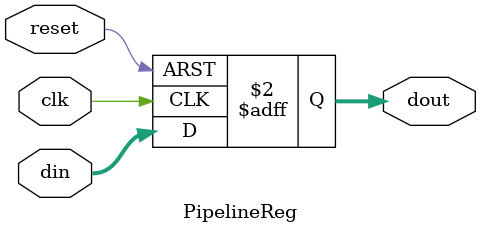
<source format=v>
`timescale 1ns / 1ps


module PipelineReg #(parameter WIDTH = 32)(input clk, reset, input [WIDTH-1:0] din, output reg [WIDTH-1:0] dout);
    always @(posedge clk or posedge reset) begin
        if (reset)
            dout <= 0;
        else
            dout <= din;
    end
endmodule
</source>
